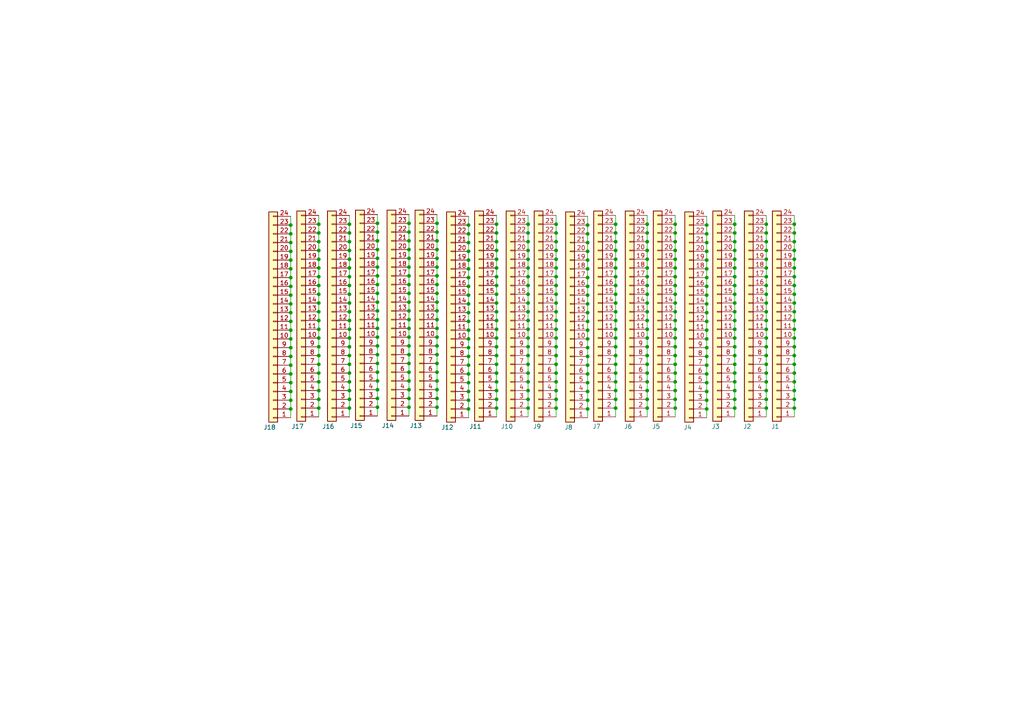
<source format=kicad_sch>
(kicad_sch (version 20211123) (generator eeschema)
  (paper "A4")
  (lib_symbols
    (symbol "Connector_Generic:Conn_01x24" (pin_names (offset 1.016) hide)
      (property "Reference" "J" (at 0 30.48 0))
      (property "Value" "Conn_01x24" (at 0 -33.02 0))
      (symbol "Conn_01x24_1_1"
        (rectangle (start -1.27 -30.353) (end 0 -30.607) (stroke (width 0.1524)))
        (rectangle (start -1.27 -27.813) (end 0 -28.067) (stroke (width 0.1524)))
        (rectangle (start -1.27 -25.273) (end 0 -25.527) (stroke (width 0.1524)))
        (rectangle (start -1.27 -22.733) (end 0 -22.987) (stroke (width 0.1524)))
        (rectangle (start -1.27 -20.193) (end 0 -20.447) (stroke (width 0.1524)))
        (rectangle (start -1.27 -17.653) (end 0 -17.907) (stroke (width 0.1524)))
        (rectangle (start -1.27 -15.113) (end 0 -15.367) (stroke (width 0.1524)))
        (rectangle (start -1.27 -12.573) (end 0 -12.827) (stroke (width 0.1524)))
        (rectangle (start -1.27 -10.033) (end 0 -10.287) (stroke (width 0.1524)))
        (rectangle (start -1.27 -7.493) (end 0 -7.747) (stroke (width 0.1524)))
        (rectangle (start -1.27 -4.953) (end 0 -5.207) (stroke (width 0.1524)))
        (rectangle (start -1.27 -2.413) (end 0 -2.667) (stroke (width 0.1524)))
        (rectangle (start -1.27 0.127) (end 0 -0.127) (stroke (width 0.1524)))
        (rectangle (start -1.27 2.667) (end 0 2.413) (stroke (width 0.1524)))
        (rectangle (start -1.27 5.207) (end 0 4.953) (stroke (width 0.1524)))
        (rectangle (start -1.27 7.747) (end 0 7.493) (stroke (width 0.1524)))
        (rectangle (start -1.27 10.287) (end 0 10.033) (stroke (width 0.1524)))
        (rectangle (start -1.27 12.827) (end 0 12.573) (stroke (width 0.1524)))
        (rectangle (start -1.27 15.367) (end 0 15.113) (stroke (width 0.1524)))
        (rectangle (start -1.27 17.907) (end 0 17.653) (stroke (width 0.1524)))
        (rectangle (start -1.27 20.447) (end 0 20.193) (stroke (width 0.1524)))
        (rectangle (start -1.27 22.987) (end 0 22.733) (stroke (width 0.1524)))
        (rectangle (start -1.27 25.527) (end 0 25.273) (stroke (width 0.1524)))
        (rectangle (start -1.27 28.067) (end 0 27.813) (stroke (width 0.1524)))
        (rectangle (start -1.27 29.21) (end 1.27 -31.75) (stroke (width 0.254)) (fill (type background)))
        (pin passive line (at -5.08 27.94 0) (length 3.81) (name "Pin_1") (number "1"))
        (pin passive line (at -5.08 5.08 0) (length 3.81) (name "Pin_10") (number "10"))
        (pin passive line (at -5.08 2.54 0) (length 3.81) (name "Pin_11") (number "11"))
        (pin passive line (at -5.08 0 0) (length 3.81) (name "Pin_12") (number "12"))
        (pin passive line (at -5.08 -2.54 0) (length 3.81) (name "Pin_13") (number "13"))
        (pin passive line (at -5.08 -5.08 0) (length 3.81) (name "Pin_14") (number "14"))
        (pin passive line (at -5.08 -7.62 0) (length 3.81) (name "Pin_15") (number "15"))
        (pin passive line (at -5.08 -10.16 0) (length 3.81) (name "Pin_16") (number "16"))
        (pin passive line (at -5.08 -12.7 0) (length 3.81) (name "Pin_17") (number "17"))
        (pin passive line (at -5.08 -15.24 0) (length 3.81) (name "Pin_18") (number "18"))
        (pin passive line (at -5.08 -17.78 0) (length 3.81) (name "Pin_19") (number "19"))
        (pin passive line (at -5.08 25.4 0) (length 3.81) (name "Pin_2") (number "2"))
        (pin passive line (at -5.08 -20.32 0) (length 3.81) (name "Pin_20") (number "20"))
        (pin passive line (at -5.08 -22.86 0) (length 3.81) (name "Pin_21") (number "21"))
        (pin passive line (at -5.08 -25.4 0) (length 3.81) (name "Pin_22") (number "22"))
        (pin passive line (at -5.08 -27.94 0) (length 3.81) (name "Pin_23") (number "23"))
        (pin passive line (at -5.08 -30.48 0) (length 3.81) (name "Pin_24") (number "24"))
        (pin passive line (at -5.08 22.86 0) (length 3.81) (name "Pin_3") (number "3"))
        (pin passive line (at -5.08 20.32 0) (length 3.81) (name "Pin_4") (number "4"))
        (pin passive line (at -5.08 17.78 0) (length 3.81) (name "Pin_5") (number "5"))
        (pin passive line (at -5.08 15.24 0) (length 3.81) (name "Pin_6") (number "6"))
        (pin passive line (at -5.08 12.7 0) (length 3.81) (name "Pin_7") (number "7"))
        (pin passive line (at -5.08 10.16 0) (length 3.81) (name "Pin_8") (number "8"))
        (pin passive line (at -5.08 7.62 0) (length 3.81) (name "Pin_9") (number "9"))
      )
    )
  )
  (junction (at 222.25 118.364))
  (junction (at 126.746 67.31))
  (junction (at 187.706 77.724))
  (junction (at 118.618 74.93))
  (junction (at 118.618 95.25))
  (junction (at 204.978 65.278))
  (junction (at 222.25 95.504))
  (junction (at 153.162 98.044))
  (junction (at 153.162 105.664))
  (junction (at 84.328 77.978))
  (junction (at 118.618 105.41))
  (junction (at 213.106 72.644))
  (junction (at 187.706 115.824))
  (junction (at 84.328 72.898))
  (junction (at 126.746 107.95))
  (junction (at 118.618 97.79))
  (junction (at 230.378 108.204))
  (junction (at 204.978 67.818))
  (junction (at 213.106 103.124))
  (junction (at 213.106 77.724))
  (junction (at 161.29 100.584))
  (junction (at 230.378 72.644))
  (junction (at 170.434 93.218))
  (junction (at 92.456 80.264))
  (junction (at 230.378 82.804))
  (junction (at 170.434 75.438))
  (junction (at 153.162 92.964))
  (junction (at 195.834 110.744))
  (junction (at 161.29 82.804))
  (junction (at 213.106 108.204))
  (junction (at 101.346 72.644))
  (junction (at 126.746 74.93))
  (junction (at 178.562 98.044))
  (junction (at 153.162 108.204))
  (junction (at 118.618 82.55))
  (junction (at 161.29 67.564))
  (junction (at 144.018 75.184))
  (junction (at 84.328 93.218))
  (junction (at 144.018 115.824))
  (junction (at 195.834 77.724))
  (junction (at 170.434 88.138))
  (junction (at 195.834 103.124))
  (junction (at 92.456 98.044))
  (junction (at 178.562 72.644))
  (junction (at 187.706 70.104))
  (junction (at 109.474 92.71))
  (junction (at 144.018 103.124))
  (junction (at 109.474 69.85))
  (junction (at 170.434 100.838))
  (junction (at 170.434 95.758))
  (junction (at 213.106 100.584))
  (junction (at 170.434 116.078))
  (junction (at 101.346 92.964))
  (junction (at 195.834 98.044))
  (junction (at 144.018 72.644))
  (junction (at 213.106 92.964))
  (junction (at 118.618 85.09))
  (junction (at 144.018 100.584))
  (junction (at 92.456 113.284))
  (junction (at 135.89 95.758))
  (junction (at 178.562 110.744))
  (junction (at 92.456 82.804))
  (junction (at 135.89 80.518))
  (junction (at 126.746 100.33))
  (junction (at 126.746 64.77))
  (junction (at 144.018 65.024))
  (junction (at 222.25 105.664))
  (junction (at 84.328 80.518))
  (junction (at 153.162 100.584))
  (junction (at 161.29 80.264))
  (junction (at 204.978 85.598))
  (junction (at 187.706 95.504))
  (junction (at 101.346 85.344))
  (junction (at 178.562 92.964))
  (junction (at 230.378 105.664))
  (junction (at 135.89 83.058))
  (junction (at 126.746 82.55))
  (junction (at 187.706 103.124))
  (junction (at 187.706 100.584))
  (junction (at 204.978 70.358))
  (junction (at 135.89 85.598))
  (junction (at 178.562 105.664))
  (junction (at 126.746 95.25))
  (junction (at 161.29 103.124))
  (junction (at 135.89 108.458))
  (junction (at 178.562 95.504))
  (junction (at 161.29 87.884))
  (junction (at 101.346 90.424))
  (junction (at 213.106 87.884))
  (junction (at 126.746 72.39))
  (junction (at 230.378 90.424))
  (junction (at 204.978 88.138))
  (junction (at 109.474 64.77))
  (junction (at 118.618 100.33))
  (junction (at 195.834 85.344))
  (junction (at 101.346 113.284))
  (junction (at 213.106 95.504))
  (junction (at 92.456 65.024))
  (junction (at 222.25 98.044))
  (junction (at 92.456 110.744))
  (junction (at 195.834 115.824))
  (junction (at 222.25 100.584))
  (junction (at 109.474 115.57))
  (junction (at 161.29 90.424))
  (junction (at 178.562 85.344))
  (junction (at 84.328 98.298))
  (junction (at 161.29 113.284))
  (junction (at 161.29 70.104))
  (junction (at 153.162 65.024))
  (junction (at 213.106 90.424))
  (junction (at 109.474 82.55))
  (junction (at 153.162 90.424))
  (junction (at 144.018 95.504))
  (junction (at 213.106 118.364))
  (junction (at 222.25 77.724))
  (junction (at 153.162 72.644))
  (junction (at 84.328 67.818))
  (junction (at 92.456 70.104))
  (junction (at 144.018 105.664))
  (junction (at 135.89 65.278))
  (junction (at 161.29 110.744))
  (junction (at 101.346 100.584))
  (junction (at 135.89 75.438))
  (junction (at 170.434 113.538))
  (junction (at 118.618 80.01))
  (junction (at 230.378 65.024))
  (junction (at 187.706 85.344))
  (junction (at 187.706 90.424))
  (junction (at 118.618 113.03))
  (junction (at 230.378 67.564))
  (junction (at 84.328 118.618))
  (junction (at 204.978 110.998))
  (junction (at 92.456 87.884))
  (junction (at 195.834 87.884))
  (junction (at 222.25 82.804))
  (junction (at 204.978 98.298))
  (junction (at 118.618 107.95))
  (junction (at 222.25 108.204))
  (junction (at 195.834 65.024))
  (junction (at 144.018 82.804))
  (junction (at 101.346 80.264))
  (junction (at 222.25 92.964))
  (junction (at 170.434 72.898))
  (junction (at 118.618 92.71))
  (junction (at 170.434 85.598))
  (junction (at 213.106 98.044))
  (junction (at 204.978 105.918))
  (junction (at 84.328 95.758))
  (junction (at 126.746 90.17))
  (junction (at 118.618 110.49))
  (junction (at 84.328 108.458))
  (junction (at 101.346 67.564))
  (junction (at 213.106 65.024))
  (junction (at 204.978 118.618))
  (junction (at 230.378 70.104))
  (junction (at 144.018 113.284))
  (junction (at 230.378 110.744))
  (junction (at 230.378 113.284))
  (junction (at 135.89 77.978))
  (junction (at 178.562 77.724))
  (junction (at 101.346 105.664))
  (junction (at 109.474 74.93))
  (junction (at 92.456 100.584))
  (junction (at 195.834 80.264))
  (junction (at 135.89 70.358))
  (junction (at 92.456 90.424))
  (junction (at 204.978 95.758))
  (junction (at 109.474 80.01))
  (junction (at 101.346 75.184))
  (junction (at 213.106 82.804))
  (junction (at 204.978 90.678))
  (junction (at 109.474 95.25))
  (junction (at 92.456 72.644))
  (junction (at 126.746 80.01))
  (junction (at 178.562 108.204))
  (junction (at 222.25 65.024))
  (junction (at 213.106 80.264))
  (junction (at 187.706 65.024))
  (junction (at 101.346 118.364))
  (junction (at 178.562 90.424))
  (junction (at 187.706 113.284))
  (junction (at 153.162 67.564))
  (junction (at 135.89 90.678))
  (junction (at 161.29 77.724))
  (junction (at 101.346 103.124))
  (junction (at 195.834 95.504))
  (junction (at 84.328 105.918))
  (junction (at 161.29 92.964))
  (junction (at 153.162 113.284))
  (junction (at 153.162 70.104))
  (junction (at 195.834 92.964))
  (junction (at 170.434 80.518))
  (junction (at 109.474 97.79))
  (junction (at 144.018 67.564))
  (junction (at 118.618 115.57))
  (junction (at 109.474 90.17))
  (junction (at 92.456 67.564))
  (junction (at 84.328 70.358))
  (junction (at 178.562 70.104))
  (junction (at 92.456 115.824))
  (junction (at 135.89 93.218))
  (junction (at 204.978 100.838))
  (junction (at 109.474 105.41))
  (junction (at 222.25 103.124))
  (junction (at 178.562 103.124))
  (junction (at 222.25 72.644))
  (junction (at 153.162 115.824))
  (junction (at 230.378 87.884))
  (junction (at 187.706 92.964))
  (junction (at 195.834 75.184))
  (junction (at 109.474 87.63))
  (junction (at 126.746 118.11))
  (junction (at 101.346 115.824))
  (junction (at 135.89 116.078))
  (junction (at 222.25 90.424))
  (junction (at 118.618 72.39))
  (junction (at 144.018 92.964))
  (junction (at 126.746 105.41))
  (junction (at 195.834 72.644))
  (junction (at 144.018 77.724))
  (junction (at 126.746 87.63))
  (junction (at 195.834 100.584))
  (junction (at 84.328 65.278))
  (junction (at 187.706 98.044))
  (junction (at 230.378 118.364))
  (junction (at 178.562 65.024))
  (junction (at 92.456 92.964))
  (junction (at 126.746 110.49))
  (junction (at 222.25 115.824))
  (junction (at 187.706 80.264))
  (junction (at 126.746 113.03))
  (junction (at 178.562 87.884))
  (junction (at 230.378 103.124))
  (junction (at 204.978 103.378))
  (junction (at 204.978 75.438))
  (junction (at 178.562 100.584))
  (junction (at 204.978 108.458))
  (junction (at 84.328 100.838))
  (junction (at 135.89 113.538))
  (junction (at 144.018 85.344))
  (junction (at 222.25 113.284))
  (junction (at 187.706 75.184))
  (junction (at 178.562 118.364))
  (junction (at 213.106 113.284))
  (junction (at 126.746 85.09))
  (junction (at 126.746 77.47))
  (junction (at 118.618 69.85))
  (junction (at 118.618 102.87))
  (junction (at 213.106 75.184))
  (junction (at 195.834 90.424))
  (junction (at 135.89 110.998))
  (junction (at 109.474 107.95))
  (junction (at 213.106 85.344))
  (junction (at 144.018 87.884))
  (junction (at 170.434 70.358))
  (junction (at 84.328 75.438))
  (junction (at 230.378 92.964))
  (junction (at 161.29 115.824))
  (junction (at 101.346 98.044))
  (junction (at 187.706 118.364))
  (junction (at 153.162 75.184))
  (junction (at 178.562 82.804))
  (junction (at 187.706 82.804))
  (junction (at 153.162 118.364))
  (junction (at 153.162 85.344))
  (junction (at 144.018 98.044))
  (junction (at 144.018 110.744))
  (junction (at 178.562 67.564))
  (junction (at 187.706 108.204))
  (junction (at 195.834 113.284))
  (junction (at 135.89 100.838))
  (junction (at 230.378 85.344))
  (junction (at 222.25 75.184))
  (junction (at 222.25 110.744))
  (junction (at 109.474 102.87))
  (junction (at 92.456 103.124))
  (junction (at 170.434 83.058))
  (junction (at 153.162 95.504))
  (junction (at 187.706 105.664))
  (junction (at 195.834 67.564))
  (junction (at 118.618 67.31))
  (junction (at 101.346 108.204))
  (junction (at 213.106 115.824))
  (junction (at 84.328 83.058))
  (junction (at 230.378 80.264))
  (junction (at 109.474 85.09))
  (junction (at 84.328 103.378))
  (junction (at 161.29 72.644))
  (junction (at 204.978 80.518))
  (junction (at 92.456 95.504))
  (junction (at 230.378 75.184))
  (junction (at 170.434 98.298))
  (junction (at 101.346 82.804))
  (junction (at 161.29 108.204))
  (junction (at 101.346 87.884))
  (junction (at 153.162 77.724))
  (junction (at 153.162 82.804))
  (junction (at 126.746 115.57))
  (junction (at 101.346 95.504))
  (junction (at 178.562 115.824))
  (junction (at 135.89 103.378))
  (junction (at 161.29 85.344))
  (junction (at 230.378 98.044))
  (junction (at 178.562 80.264))
  (junction (at 84.328 110.998))
  (junction (at 144.018 90.424))
  (junction (at 135.89 88.138))
  (junction (at 222.25 67.564))
  (junction (at 101.346 77.724))
  (junction (at 84.328 85.598))
  (junction (at 161.29 95.504))
  (junction (at 84.328 116.078))
  (junction (at 84.328 88.138))
  (junction (at 222.25 80.264))
  (junction (at 153.162 87.884))
  (junction (at 135.89 98.298))
  (junction (at 204.978 113.538))
  (junction (at 92.456 105.664))
  (junction (at 84.328 113.538))
  (junction (at 144.018 108.204))
  (junction (at 118.618 118.11))
  (junction (at 213.106 110.744))
  (junction (at 92.456 75.184))
  (junction (at 126.746 69.85))
  (junction (at 204.978 83.058))
  (junction (at 213.106 67.564))
  (junction (at 109.474 72.39))
  (junction (at 170.434 108.458))
  (junction (at 144.018 70.104))
  (junction (at 170.434 105.918))
  (junction (at 153.162 110.744))
  (junction (at 135.89 118.618))
  (junction (at 92.456 85.344))
  (junction (at 109.474 77.47))
  (junction (at 118.618 64.77))
  (junction (at 135.89 105.918))
  (junction (at 135.89 72.898))
  (junction (at 161.29 75.184))
  (junction (at 170.434 118.618))
  (junction (at 195.834 118.364))
  (junction (at 92.456 108.204))
  (junction (at 195.834 108.204))
  (junction (at 109.474 118.11))
  (junction (at 118.618 87.63))
  (junction (at 170.434 110.998))
  (junction (at 178.562 75.184))
  (junction (at 144.018 118.364))
  (junction (at 170.434 90.678))
  (junction (at 109.474 67.31))
  (junction (at 161.29 118.364))
  (junction (at 222.25 70.104))
  (junction (at 213.106 105.664))
  (junction (at 84.328 90.678))
  (junction (at 126.746 102.87))
  (junction (at 230.378 100.584))
  (junction (at 101.346 65.024))
  (junction (at 126.746 97.79))
  (junction (at 222.25 85.344))
  (junction (at 101.346 110.744))
  (junction (at 109.474 100.33))
  (junction (at 135.89 67.818))
  (junction (at 195.834 82.804))
  (junction (at 153.162 80.264))
  (junction (at 161.29 65.024))
  (junction (at 170.434 65.278))
  (junction (at 170.434 77.978))
  (junction (at 92.456 118.364))
  (junction (at 204.978 77.978))
  (junction (at 109.474 110.49))
  (junction (at 118.618 90.17))
  (junction (at 118.618 77.47))
  (junction (at 222.25 87.884))
  (junction (at 178.562 113.284))
  (junction (at 153.162 103.124))
  (junction (at 170.434 103.378))
  (junction (at 204.978 93.218))
  (junction (at 230.378 115.824))
  (junction (at 109.474 113.03))
  (junction (at 92.456 77.724))
  (junction (at 161.29 98.044))
  (junction (at 195.834 105.664))
  (junction (at 204.978 72.898))
  (junction (at 213.106 70.104))
  (junction (at 101.346 70.104))
  (junction (at 187.706 87.884))
  (junction (at 230.378 95.504))
  (junction (at 126.746 92.71))
  (junction (at 195.834 70.104))
  (junction (at 170.434 67.818))
  (junction (at 230.378 77.724))
  (junction (at 204.978 116.078))
  (junction (at 161.29 105.664))
  (junction (at 187.706 67.564))
  (junction (at 187.706 110.744))
  (junction (at 144.018 80.264))
  (junction (at 187.706 72.644))
  (wire (pts (xy 84.328 83.058) (xy 84.328 85.598)))
  (wire (pts (xy 213.106 108.204) (xy 213.106 110.744)))
  (wire (pts (xy 153.162 62.484) (xy 153.162 65.024)))
  (wire (pts (xy 187.706 82.804) (xy 187.706 85.344)))
  (wire (pts (xy 204.978 93.218) (xy 204.978 95.758)))
  (wire (pts (xy 92.456 85.344) (xy 92.456 87.884)))
  (wire (pts (xy 213.106 98.044) (xy 213.106 100.584)))
  (wire (pts (xy 230.378 95.504) (xy 230.378 98.044)))
  (wire (pts (xy 109.474 113.03) (xy 109.474 115.57)))
  (wire (pts (xy 84.328 62.738) (xy 84.328 65.278)))
  (wire (pts (xy 92.456 87.884) (xy 92.456 90.424)))
  (wire (pts (xy 101.346 82.804) (xy 101.346 85.344)))
  (wire (pts (xy 195.834 115.824) (xy 195.834 118.364)))
  (wire (pts (xy 101.346 67.564) (xy 101.346 70.104)))
  (wire (pts (xy 178.562 105.664) (xy 178.562 108.204)))
  (wire (pts (xy 118.618 92.71) (xy 118.618 95.25)))
  (wire (pts (xy 170.434 103.378) (xy 170.434 105.918)))
  (wire (pts (xy 109.474 110.49) (xy 109.474 113.03)))
  (wire (pts (xy 126.746 95.25) (xy 126.746 97.79)))
  (wire (pts (xy 118.618 69.85) (xy 118.618 72.39)))
  (wire (pts (xy 118.618 90.17) (xy 118.618 92.71)))
  (wire (pts (xy 178.562 113.284) (xy 178.562 115.824)))
  (wire (pts (xy 109.474 92.71) (xy 109.474 95.25)))
  (wire (pts (xy 153.162 75.184) (xy 153.162 77.724)))
  (wire (pts (xy 101.346 72.644) (xy 101.346 75.184)))
  (wire (pts (xy 170.434 93.218) (xy 170.434 95.758)))
  (wire (pts (xy 144.018 90.424) (xy 144.018 92.964)))
  (wire (pts (xy 126.746 85.09) (xy 126.746 87.63)))
  (wire (pts (xy 161.29 67.564) (xy 161.29 70.104)))
  (wire (pts (xy 153.162 77.724) (xy 153.162 80.264)))
  (wire (pts (xy 161.29 103.124) (xy 161.29 105.664)))
  (wire (pts (xy 161.29 108.204) (xy 161.29 110.744)))
  (wire (pts (xy 161.29 90.424) (xy 161.29 92.964)))
  (wire (pts (xy 101.346 80.264) (xy 101.346 82.804)))
  (wire (pts (xy 153.162 80.264) (xy 153.162 82.804)))
  (wire (pts (xy 101.346 87.884) (xy 101.346 90.424)))
  (wire (pts (xy 213.106 113.284) (xy 213.106 115.824)))
  (wire (pts (xy 230.378 90.424) (xy 230.378 92.964)))
  (wire (pts (xy 204.978 110.998) (xy 204.978 113.538)))
  (wire (pts (xy 230.378 105.664) (xy 230.378 108.204)))
  (wire (pts (xy 230.378 87.884) (xy 230.378 90.424)))
  (wire (pts (xy 109.474 77.47) (xy 109.474 80.01)))
  (wire (pts (xy 178.562 65.024) (xy 178.562 67.564)))
  (wire (pts (xy 178.562 110.744) (xy 178.562 113.284)))
  (wire (pts (xy 170.434 83.058) (xy 170.434 85.598)))
  (wire (pts (xy 195.834 62.484) (xy 195.834 65.024)))
  (wire (pts (xy 178.562 80.264) (xy 178.562 82.804)))
  (wire (pts (xy 101.346 118.364) (xy 101.346 120.904)))
  (wire (pts (xy 230.378 92.964) (xy 230.378 95.504)))
  (wire (pts (xy 109.474 118.11) (xy 109.474 120.65)))
  (wire (pts (xy 153.162 108.204) (xy 153.162 110.744)))
  (wire (pts (xy 92.456 90.424) (xy 92.456 92.964)))
  (wire (pts (xy 84.328 93.218) (xy 84.328 95.758)))
  (wire (pts (xy 118.618 74.93) (xy 118.618 77.47)))
  (wire (pts (xy 187.706 77.724) (xy 187.706 80.264)))
  (wire (pts (xy 187.706 85.344) (xy 187.706 87.884)))
  (wire (pts (xy 92.456 82.804) (xy 92.456 85.344)))
  (wire (pts (xy 135.89 85.598) (xy 135.89 88.138)))
  (wire (pts (xy 161.29 118.364) (xy 161.29 120.904)))
  (wire (pts (xy 204.978 65.278) (xy 204.978 67.818)))
  (wire (pts (xy 161.29 80.264) (xy 161.29 82.804)))
  (wire (pts (xy 187.706 92.964) (xy 187.706 95.504)))
  (wire (pts (xy 153.162 103.124) (xy 153.162 105.664)))
  (wire (pts (xy 109.474 72.39) (xy 109.474 74.93)))
  (wire (pts (xy 126.746 62.23) (xy 126.746 64.77)))
  (wire (pts (xy 135.89 110.998) (xy 135.89 113.538)))
  (wire (pts (xy 178.562 103.124) (xy 178.562 105.664)))
  (wire (pts (xy 195.834 118.364) (xy 195.834 120.904)))
  (wire (pts (xy 118.618 107.95) (xy 118.618 110.49)))
  (wire (pts (xy 118.618 62.23) (xy 118.618 64.77)))
  (wire (pts (xy 178.562 95.504) (xy 178.562 98.044)))
  (wire (pts (xy 126.746 97.79) (xy 126.746 100.33)))
  (wire (pts (xy 144.018 118.364) (xy 144.018 120.904)))
  (wire (pts (xy 109.474 102.87) (xy 109.474 105.41)))
  (wire (pts (xy 204.978 118.618) (xy 204.978 121.158)))
  (wire (pts (xy 178.562 100.584) (xy 178.562 103.124)))
  (wire (pts (xy 92.456 98.044) (xy 92.456 100.584)))
  (wire (pts (xy 204.978 116.078) (xy 204.978 118.618)))
  (wire (pts (xy 144.018 82.804) (xy 144.018 85.344)))
  (wire (pts (xy 213.106 103.124) (xy 213.106 105.664)))
  (wire (pts (xy 92.456 95.504) (xy 92.456 98.044)))
  (wire (pts (xy 161.29 82.804) (xy 161.29 85.344)))
  (wire (pts (xy 109.474 115.57) (xy 109.474 118.11)))
  (wire (pts (xy 161.29 65.024) (xy 161.29 67.564)))
  (wire (pts (xy 84.328 103.378) (xy 84.328 105.918)))
  (wire (pts (xy 222.25 85.344) (xy 222.25 87.884)))
  (wire (pts (xy 222.25 67.564) (xy 222.25 70.104)))
  (wire (pts (xy 187.706 98.044) (xy 187.706 100.584)))
  (wire (pts (xy 118.618 113.03) (xy 118.618 115.57)))
  (wire (pts (xy 195.834 98.044) (xy 195.834 100.584)))
  (wire (pts (xy 109.474 69.85) (xy 109.474 72.39)))
  (wire (pts (xy 230.378 98.044) (xy 230.378 100.584)))
  (wire (pts (xy 135.89 113.538) (xy 135.89 116.078)))
  (wire (pts (xy 213.106 82.804) (xy 213.106 85.344)))
  (wire (pts (xy 170.434 108.458) (xy 170.434 110.998)))
  (wire (pts (xy 153.162 105.664) (xy 153.162 108.204)))
  (wire (pts (xy 204.978 90.678) (xy 204.978 93.218)))
  (wire (pts (xy 126.746 74.93) (xy 126.746 77.47)))
  (wire (pts (xy 161.29 115.824) (xy 161.29 118.364)))
  (wire (pts (xy 153.162 87.884) (xy 153.162 90.424)))
  (wire (pts (xy 84.328 70.358) (xy 84.328 72.898)))
  (wire (pts (xy 178.562 115.824) (xy 178.562 118.364)))
  (wire (pts (xy 135.89 103.378) (xy 135.89 105.918)))
  (wire (pts (xy 161.29 92.964) (xy 161.29 95.504)))
  (wire (pts (xy 170.434 88.138) (xy 170.434 90.678)))
  (wire (pts (xy 178.562 108.204) (xy 178.562 110.744)))
  (wire (pts (xy 213.106 115.824) (xy 213.106 118.364)))
  (wire (pts (xy 109.474 64.77) (xy 109.474 67.31)))
  (wire (pts (xy 144.018 92.964) (xy 144.018 95.504)))
  (wire (pts (xy 109.474 107.95) (xy 109.474 110.49)))
  (wire (pts (xy 118.618 100.33) (xy 118.618 102.87)))
  (wire (pts (xy 187.706 72.644) (xy 187.706 75.184)))
  (wire (pts (xy 170.434 85.598) (xy 170.434 88.138)))
  (wire (pts (xy 195.834 95.504) (xy 195.834 98.044)))
  (wire (pts (xy 230.378 82.804) (xy 230.378 85.344)))
  (wire (pts (xy 144.018 77.724) (xy 144.018 80.264)))
  (wire (pts (xy 213.106 67.564) (xy 213.106 70.104)))
  (wire (pts (xy 222.25 72.644) (xy 222.25 75.184)))
  (wire (pts (xy 187.706 75.184) (xy 187.706 77.724)))
  (wire (pts (xy 204.978 98.298) (xy 204.978 100.838)))
  (wire (pts (xy 230.378 85.344) (xy 230.378 87.884)))
  (wire (pts (xy 135.89 100.838) (xy 135.89 103.378)))
  (wire (pts (xy 213.106 77.724) (xy 213.106 80.264)))
  (wire (pts (xy 126.746 100.33) (xy 126.746 102.87)))
  (wire (pts (xy 230.378 80.264) (xy 230.378 82.804)))
  (wire (pts (xy 230.378 118.364) (xy 230.378 120.904)))
  (wire (pts (xy 101.346 103.124) (xy 101.346 105.664)))
  (wire (pts (xy 222.25 105.664) (xy 222.25 108.204)))
  (wire (pts (xy 109.474 82.55) (xy 109.474 85.09)))
  (wire (pts (xy 213.106 72.644) (xy 213.106 75.184)))
  (wire (pts (xy 118.618 67.31) (xy 118.618 69.85)))
  (wire (pts (xy 230.378 103.124) (xy 230.378 105.664)))
  (wire (pts (xy 135.89 75.438) (xy 135.89 77.978)))
  (wire (pts (xy 118.618 85.09) (xy 118.618 87.63)))
  (wire (pts (xy 204.978 95.758) (xy 204.978 98.298)))
  (wire (pts (xy 204.978 105.918) (xy 204.978 108.458)))
  (wire (pts (xy 195.834 80.264) (xy 195.834 82.804)))
  (wire (pts (xy 204.978 108.458) (xy 204.978 110.998)))
  (wire (pts (xy 118.618 77.47) (xy 118.618 80.01)))
  (wire (pts (xy 222.25 108.204) (xy 222.25 110.744)))
  (wire (pts (xy 195.834 110.744) (xy 195.834 113.284)))
  (wire (pts (xy 84.328 105.918) (xy 84.328 108.458)))
  (wire (pts (xy 92.456 80.264) (xy 92.456 82.804)))
  (wire (pts (xy 153.162 110.744) (xy 153.162 113.284)))
  (wire (pts (xy 135.89 95.758) (xy 135.89 98.298)))
  (wire (pts (xy 101.346 62.484) (xy 101.346 65.024)))
  (wire (pts (xy 135.89 70.358) (xy 135.89 72.898)))
  (wire (pts (xy 195.834 100.584) (xy 195.834 103.124)))
  (wire (pts (xy 118.618 87.63) (xy 118.618 90.17)))
  (wire (pts (xy 144.018 108.204) (xy 144.018 110.744)))
  (wire (pts (xy 84.328 65.278) (xy 84.328 67.818)))
  (wire (pts (xy 222.25 95.504) (xy 222.25 98.044)))
  (wire (pts (xy 101.346 110.744) (xy 101.346 113.284)))
  (wire (pts (xy 101.346 113.284) (xy 101.346 115.824)))
  (wire (pts (xy 92.456 105.664) (xy 92.456 108.204)))
  (wire (pts (xy 195.834 82.804) (xy 195.834 85.344)))
  (wire (pts (xy 92.456 115.824) (xy 92.456 118.364)))
  (wire (pts (xy 144.018 95.504) (xy 144.018 98.044)))
  (wire (pts (xy 204.978 62.738) (xy 204.978 65.278)))
  (wire (pts (xy 161.29 62.484) (xy 161.29 65.024)))
  (wire (pts (xy 178.562 82.804) (xy 178.562 85.344)))
  (wire (pts (xy 170.434 90.678) (xy 170.434 93.218)))
  (wire (pts (xy 118.618 72.39) (xy 118.618 74.93)))
  (wire (pts (xy 178.562 85.344) (xy 178.562 87.884)))
  (wire (pts (xy 126.746 90.17) (xy 126.746 92.71)))
  (wire (pts (xy 126.746 87.63) (xy 126.746 90.17)))
  (wire (pts (xy 135.89 98.298) (xy 135.89 100.838)))
  (wire (pts (xy 126.746 69.85) (xy 126.746 72.39)))
  (wire (pts (xy 135.89 62.738) (xy 135.89 65.278)))
  (wire (pts (xy 153.162 95.504) (xy 153.162 98.044)))
  (wire (pts (xy 195.834 87.884) (xy 195.834 90.424)))
  (wire (pts (xy 101.346 115.824) (xy 101.346 118.364)))
  (wire (pts (xy 187.706 80.264) (xy 187.706 82.804)))
  (wire (pts (xy 230.378 100.584) (xy 230.378 103.124)))
  (wire (pts (xy 153.162 67.564) (xy 153.162 70.104)))
  (wire (pts (xy 230.378 67.564) (xy 230.378 70.104)))
  (wire (pts (xy 144.018 87.884) (xy 144.018 90.424)))
  (wire (pts (xy 92.456 62.484) (xy 92.456 65.024)))
  (wire (pts (xy 195.834 103.124) (xy 195.834 105.664)))
  (wire (pts (xy 170.434 80.518) (xy 170.434 83.058)))
  (wire (pts (xy 135.89 90.678) (xy 135.89 93.218)))
  (wire (pts (xy 161.29 113.284) (xy 161.29 115.824)))
  (wire (pts (xy 222.25 62.484) (xy 222.25 65.024)))
  (wire (pts (xy 204.978 67.818) (xy 204.978 70.358)))
  (wire (pts (xy 178.562 72.644) (xy 178.562 75.184)))
  (wire (pts (xy 178.562 67.564) (xy 178.562 70.104)))
  (wire (pts (xy 178.562 75.184) (xy 178.562 77.724)))
  (wire (pts (xy 153.162 92.964) (xy 153.162 95.504)))
  (wire (pts (xy 135.89 65.278) (xy 135.89 67.818)))
  (wire (pts (xy 126.746 107.95) (xy 126.746 110.49)))
  (wire (pts (xy 161.29 100.584) (xy 161.29 103.124)))
  (wire (pts (xy 204.978 83.058) (xy 204.978 85.598)))
  (wire (pts (xy 144.018 105.664) (xy 144.018 108.204)))
  (wire (pts (xy 84.328 95.758) (xy 84.328 98.298)))
  (wire (pts (xy 126.746 82.55) (xy 126.746 85.09)))
  (wire (pts (xy 126.746 102.87) (xy 126.746 105.41)))
  (wire (pts (xy 101.346 85.344) (xy 101.346 87.884)))
  (wire (pts (xy 187.706 70.104) (xy 187.706 72.644)))
  (wire (pts (xy 109.474 90.17) (xy 109.474 92.71)))
  (wire (pts (xy 118.618 64.77) (xy 118.618 67.31)))
  (wire (pts (xy 84.328 77.978) (xy 84.328 80.518)))
  (wire (pts (xy 109.474 80.01) (xy 109.474 82.55)))
  (wire (pts (xy 213.106 100.584) (xy 213.106 103.124)))
  (wire (pts (xy 213.106 85.344) (xy 213.106 87.884)))
  (wire (pts (xy 213.106 87.884) (xy 213.106 90.424)))
  (wire (pts (xy 144.018 85.344) (xy 144.018 87.884)))
  (wire (pts (xy 92.456 65.024) (xy 92.456 67.564)))
  (wire (pts (xy 230.378 113.284) (xy 230.378 115.824)))
  (wire (pts (xy 204.978 113.538) (xy 204.978 116.078)))
  (wire (pts (xy 101.346 65.024) (xy 101.346 67.564)))
  (wire (pts (xy 170.434 113.538) (xy 170.434 116.078)))
  (wire (pts (xy 84.328 88.138) (xy 84.328 90.678)))
  (wire (pts (xy 161.29 110.744) (xy 161.29 113.284)))
  (wire (pts (xy 222.25 80.264) (xy 222.25 82.804)))
  (wire (pts (xy 178.562 77.724) (xy 178.562 80.264)))
  (wire (pts (xy 144.018 75.184) (xy 144.018 77.724)))
  (wire (pts (xy 161.29 72.644) (xy 161.29 75.184)))
  (wire (pts (xy 135.89 80.518) (xy 135.89 83.058)))
  (wire (pts (xy 144.018 100.584) (xy 144.018 103.124)))
  (wire (pts (xy 195.834 77.724) (xy 195.834 80.264)))
  (wire (pts (xy 213.106 118.364) (xy 213.106 120.904)))
  (wire (pts (xy 118.618 110.49) (xy 118.618 113.03)))
  (wire (pts (xy 101.346 108.204) (xy 101.346 110.744)))
  (wire (pts (xy 92.456 103.124) (xy 92.456 105.664)))
  (wire (pts (xy 187.706 118.364) (xy 187.706 120.904)))
  (wire (pts (xy 222.25 103.124) (xy 222.25 105.664)))
  (wire (pts (xy 153.162 118.364) (xy 153.162 120.904)))
  (wire (pts (xy 222.25 70.104) (xy 222.25 72.644)))
  (wire (pts (xy 170.434 116.078) (xy 170.434 118.618)))
  (wire (pts (xy 178.562 87.884) (xy 178.562 90.424)))
  (wire (pts (xy 135.89 93.218) (xy 135.89 95.758)))
  (wire (pts (xy 92.456 67.564) (xy 92.456 70.104)))
  (wire (pts (xy 195.834 72.644) (xy 195.834 75.184)))
  (wire (pts (xy 84.328 98.298) (xy 84.328 100.838)))
  (wire (pts (xy 126.746 118.11) (xy 126.746 120.65)))
  (wire (pts (xy 170.434 118.618) (xy 170.434 121.158)))
  (wire (pts (xy 84.328 75.438) (xy 84.328 77.978)))
  (wire (pts (xy 222.25 110.744) (xy 222.25 113.284)))
  (wire (pts (xy 222.25 115.824) (xy 222.25 118.364)))
  (wire (pts (xy 144.018 80.264) (xy 144.018 82.804)))
  (wire (pts (xy 153.162 100.584) (xy 153.162 103.124)))
  (wire (pts (xy 222.25 87.884) (xy 222.25 90.424)))
  (wire (pts (xy 187.706 90.424) (xy 187.706 92.964)))
  (wire (pts (xy 170.434 110.998) (xy 170.434 113.538)))
  (wire (pts (xy 101.346 95.504) (xy 101.346 98.044)))
  (wire (pts (xy 92.456 77.724) (xy 92.456 80.264)))
  (wire (pts (xy 84.328 72.898) (xy 84.328 75.438)))
  (wire (pts (xy 92.456 100.584) (xy 92.456 103.124)))
  (wire (pts (xy 144.018 103.124) (xy 144.018 105.664)))
  (wire (pts (xy 135.89 105.918) (xy 135.89 108.458)))
  (wire (pts (xy 178.562 70.104) (xy 178.562 72.644)))
  (wire (pts (xy 118.618 105.41) (xy 118.618 107.95)))
  (wire (pts (xy 144.018 98.044) (xy 144.018 100.584)))
  (wire (pts (xy 135.89 77.978) (xy 135.89 80.518)))
  (wire (pts (xy 204.978 100.838) (xy 204.978 103.378)))
  (wire (pts (xy 92.456 92.964) (xy 92.456 95.504)))
  (wire (pts (xy 161.29 105.664) (xy 161.29 108.204)))
  (wire (pts (xy 126.746 115.57) (xy 126.746 118.11)))
  (wire (pts (xy 195.834 85.344) (xy 195.834 87.884)))
  (wire (pts (xy 84.328 90.678) (xy 84.328 93.218)))
  (wire (pts (xy 195.834 92.964) (xy 195.834 95.504)))
  (wire (pts (xy 101.346 92.964) (xy 101.346 95.504)))
  (wire (pts (xy 170.434 72.898) (xy 170.434 75.438)))
  (wire (pts (xy 161.29 95.504) (xy 161.29 98.044)))
  (wire (pts (xy 135.89 67.818) (xy 135.89 70.358)))
  (wire (pts (xy 92.456 72.644) (xy 92.456 75.184)))
  (wire (pts (xy 213.106 95.504) (xy 213.106 98.044)))
  (wire (pts (xy 135.89 116.078) (xy 135.89 118.618)))
  (wire (pts (xy 92.456 110.744) (xy 92.456 113.284)))
  (wire (pts (xy 109.474 74.93) (xy 109.474 77.47)))
  (wire (pts (xy 195.834 90.424) (xy 195.834 92.964)))
  (wire (pts (xy 101.346 105.664) (xy 101.346 108.204)))
  (wire (pts (xy 222.25 75.184) (xy 222.25 77.724)))
  (wire (pts (xy 195.834 75.184) (xy 195.834 77.724)))
  (wire (pts (xy 230.378 70.104) (xy 230.378 72.644)))
  (wire (pts (xy 118.618 80.01) (xy 118.618 82.55)))
  (wire (pts (xy 170.434 75.438) (xy 170.434 77.978)))
  (wire (pts (xy 161.29 98.044) (xy 161.29 100.584)))
  (wire (pts (xy 204.978 88.138) (xy 204.978 90.678)))
  (wire (pts (xy 204.978 80.518) (xy 204.978 83.058)))
  (wire (pts (xy 161.29 87.884) (xy 161.29 90.424)))
  (wire (pts (xy 144.018 110.744) (xy 144.018 113.284)))
  (wire (pts (xy 153.162 113.284) (xy 153.162 115.824)))
  (wire (pts (xy 101.346 70.104) (xy 101.346 72.644)))
  (wire (pts (xy 118.618 115.57) (xy 118.618 118.11)))
  (wire (pts (xy 187.706 103.124) (xy 187.706 105.664)))
  (wire (pts (xy 213.106 70.104) (xy 213.106 72.644)))
  (wire (pts (xy 153.162 85.344) (xy 153.162 87.884)))
  (wire (pts (xy 109.474 105.41) (xy 109.474 107.95)))
  (wire (pts (xy 204.978 85.598) (xy 204.978 88.138)))
  (wire (pts (xy 230.378 62.484) (xy 230.378 65.024)))
  (wire (pts (xy 84.328 108.458) (xy 84.328 110.998)))
  (wire (pts (xy 204.978 70.358) (xy 204.978 72.898)))
  (wire (pts (xy 230.378 77.724) (xy 230.378 80.264)))
  (wire (pts (xy 213.106 90.424) (xy 213.106 92.964)))
  (wire (pts (xy 126.746 113.03) (xy 126.746 115.57)))
  (wire (pts (xy 170.434 98.298) (xy 170.434 100.838)))
  (wire (pts (xy 161.29 75.184) (xy 161.29 77.724)))
  (wire (pts (xy 153.162 65.024) (xy 153.162 67.564)))
  (wire (pts (xy 187.706 100.584) (xy 187.706 103.124)))
  (wire (pts (xy 144.018 62.484) (xy 144.018 65.024)))
  (wire (pts (xy 118.618 118.11) (xy 118.618 120.65)))
  (wire (pts (xy 230.378 75.184) (xy 230.378 77.724)))
  (wire (pts (xy 213.106 65.024) (xy 213.106 67.564)))
  (wire (pts (xy 118.618 97.79) (xy 118.618 100.33)))
  (wire (pts (xy 204.978 72.898) (xy 204.978 75.438)))
  (wire (pts (xy 84.328 118.618) (xy 84.328 121.158)))
  (wire (pts (xy 213.106 80.264) (xy 213.106 82.804)))
  (wire (pts (xy 187.706 67.564) (xy 187.706 70.104)))
  (wire (pts (xy 230.378 108.204) (xy 230.378 110.744)))
  (wire (pts (xy 118.618 82.55) (xy 118.618 85.09)))
  (wire (pts (xy 170.434 67.818) (xy 170.434 70.358)))
  (wire (pts (xy 222.25 65.024) (xy 222.25 67.564)))
  (wire (pts (xy 222.25 98.044) (xy 222.25 100.584)))
  (wire (pts (xy 126.746 105.41) (xy 126.746 107.95)))
  (wire (pts (xy 213.106 75.184) (xy 213.106 77.724)))
  (wire (pts (xy 84.328 116.078) (xy 84.328 118.618)))
  (wire (pts (xy 84.328 110.998) (xy 84.328 113.538)))
  (wire (pts (xy 109.474 67.31) (xy 109.474 69.85)))
  (wire (pts (xy 84.328 67.818) (xy 84.328 70.358)))
  (wire (pts (xy 222.25 100.584) (xy 222.25 103.124)))
  (wire (pts (xy 170.434 95.758) (xy 170.434 98.298)))
  (wire (pts (xy 109.474 62.23) (xy 109.474 64.77)))
  (wire (pts (xy 92.456 70.104) (xy 92.456 72.644)))
  (wire (pts (xy 135.89 118.618) (xy 135.89 121.158)))
  (wire (pts (xy 126.746 64.77) (xy 126.746 67.31)))
  (wire (pts (xy 144.018 65.024) (xy 144.018 67.564)))
  (wire (pts (xy 170.434 62.738) (xy 170.434 65.278)))
  (wire (pts (xy 187.706 115.824) (xy 187.706 118.364)))
  (wire (pts (xy 222.25 77.724) (xy 222.25 80.264)))
  (wire (pts (xy 195.834 67.564) (xy 195.834 70.104)))
  (wire (pts (xy 187.706 87.884) (xy 187.706 90.424)))
  (wire (pts (xy 109.474 100.33) (xy 109.474 102.87)))
  (wire (pts (xy 178.562 62.484) (xy 178.562 65.024)))
  (wire (pts (xy 126.746 80.01) (xy 126.746 82.55)))
  (wire (pts (xy 118.618 95.25) (xy 118.618 97.79)))
  (wire (pts (xy 126.746 72.39) (xy 126.746 74.93)))
  (wire (pts (xy 153.162 115.824) (xy 153.162 118.364)))
  (wire (pts (xy 178.562 90.424) (xy 178.562 92.964)))
  (wire (pts (xy 170.434 105.918) (xy 170.434 108.458)))
  (wire (pts (xy 144.018 67.564) (xy 144.018 70.104)))
  (wire (pts (xy 161.29 77.724) (xy 161.29 80.264)))
  (wire (pts (xy 187.706 95.504) (xy 187.706 98.044)))
  (wire (pts (xy 170.434 65.278) (xy 170.434 67.818)))
  (wire (pts (xy 187.706 62.484) (xy 187.706 65.024)))
  (wire (pts (xy 126.746 77.47) (xy 126.746 80.01)))
  (wire (pts (xy 195.834 65.024) (xy 195.834 67.564)))
  (wire (pts (xy 170.434 77.978) (xy 170.434 80.518)))
  (wire (pts (xy 101.346 98.044) (xy 101.346 100.584)))
  (wire (pts (xy 178.562 118.364) (xy 178.562 120.904)))
  (wire (pts (xy 222.25 113.284) (xy 222.25 115.824)))
  (wire (pts (xy 92.456 113.284) (xy 92.456 115.824)))
  (wire (pts (xy 195.834 108.204) (xy 195.834 110.744)))
  (wire (pts (xy 222.25 92.964) (xy 222.25 95.504)))
  (wire (pts (xy 135.89 108.458) (xy 135.89 110.998)))
  (wire (pts (xy 153.162 70.104) (xy 153.162 72.644)))
  (wire (pts (xy 195.834 113.284) (xy 195.834 115.824)))
  (wire (pts (xy 230.378 65.024) (xy 230.378 67.564)))
  (wire (pts (xy 101.346 100.584) (xy 101.346 103.124)))
  (wire (pts (xy 84.328 85.598) (xy 84.328 88.138)))
  (wire (pts (xy 144.018 72.644) (xy 144.018 75.184)))
  (wire (pts (xy 204.978 103.378) (xy 204.978 105.918)))
  (wire (pts (xy 230.378 115.824) (xy 230.378 118.364)))
  (wire (pts (xy 230.378 110.744) (xy 230.378 113.284)))
  (wire (pts (xy 187.706 110.744) (xy 187.706 113.284)))
  (wire (pts (xy 187.706 113.284) (xy 187.706 115.824)))
  (wire (pts (xy 230.378 72.644) (xy 230.378 75.184)))
  (wire (pts (xy 170.434 100.838) (xy 170.434 103.378)))
  (wire (pts (xy 109.474 87.63) (xy 109.474 90.17)))
  (wire (pts (xy 187.706 105.664) (xy 187.706 108.204)))
  (wire (pts (xy 213.106 110.744) (xy 213.106 113.284)))
  (wire (pts (xy 178.562 92.964) (xy 178.562 95.504)))
  (wire (pts (xy 153.162 82.804) (xy 153.162 85.344)))
  (wire (pts (xy 135.89 72.898) (xy 135.89 75.438)))
  (wire (pts (xy 204.978 75.438) (xy 204.978 77.978)))
  (wire (pts (xy 109.474 85.09) (xy 109.474 87.63)))
  (wire (pts (xy 84.328 80.518) (xy 84.328 83.058)))
  (wire (pts (xy 222.25 82.804) (xy 222.25 85.344)))
  (wire (pts (xy 213.106 62.484) (xy 213.106 65.024)))
  (wire (pts (xy 84.328 100.838) (xy 84.328 103.378)))
  (wire (pts (xy 126.746 110.49) (xy 126.746 113.03)))
  (wire (pts (xy 178.562 98.044) (xy 178.562 100.584)))
  (wire (pts (xy 222.25 118.364) (xy 222.25 120.904)))
  (wire (pts (xy 170.434 70.358) (xy 170.434 72.898)))
  (wire (pts (xy 153.162 90.424) (xy 153.162 92.964)))
  (wire (pts (xy 101.346 90.424) (xy 101.346 92.964)))
  (wire (pts (xy 92.456 118.364) (xy 92.456 120.904)))
  (wire (pts (xy 153.162 72.644) (xy 153.162 75.184)))
  (wire (pts (xy 195.834 70.104) (xy 195.834 72.644)))
  (wire (pts (xy 195.834 105.664) (xy 195.834 108.204)))
  (wire (pts (xy 144.018 115.824) (xy 144.018 118.364)))
  (wire (pts (xy 135.89 88.138) (xy 135.89 90.678)))
  (wire (pts (xy 187.706 65.024) (xy 187.706 67.564)))
  (wire (pts (xy 222.25 90.424) (xy 222.25 92.964)))
  (wire (pts (xy 144.018 70.104) (xy 144.018 72.644)))
  (wire (pts (xy 109.474 97.79) (xy 109.474 100.33)))
  (wire (pts (xy 109.474 95.25) (xy 109.474 97.79)))
  (wire (pts (xy 204.978 77.978) (xy 204.978 80.518)))
  (wire (pts (xy 213.106 105.664) (xy 213.106 108.204)))
  (wire (pts (xy 144.018 113.284) (xy 144.018 115.824)))
  (wire (pts (xy 213.106 92.964) (xy 213.106 95.504)))
  (wire (pts (xy 126.746 67.31) (xy 126.746 69.85)))
  (wire (pts (xy 101.346 75.184) (xy 101.346 77.724)))
  (wire (pts (xy 92.456 75.184) (xy 92.456 77.724)))
  (wire (pts (xy 101.346 77.724) (xy 101.346 80.264)))
  (wire (pts (xy 153.162 98.044) (xy 153.162 100.584)))
  (wire (pts (xy 161.29 70.104) (xy 161.29 72.644)))
  (wire (pts (xy 84.328 113.538) (xy 84.328 116.078)))
  (wire (pts (xy 118.618 102.87) (xy 118.618 105.41)))
  (wire (pts (xy 126.746 92.71) (xy 126.746 95.25)))
  (wire (pts (xy 187.706 108.204) (xy 187.706 110.744)))
  (wire (pts (xy 161.29 85.344) (xy 161.29 87.884)))
  (wire (pts (xy 92.456 108.204) (xy 92.456 110.744)))
  (wire (pts (xy 135.89 83.058) (xy 135.89 85.598)))
  (symbol (lib_id "Connector_Generic:Conn_01x24") (at 199.898 93.218 180) (unit 1)
    (property "Reference" "J4" (at 200.66 123.952 0) (effects (justify left)))
    (property "Value" "Conn_01x24" (effects hide))
    (property "Footprint" "A_Personal:Stripboard_1x24_P2.54mm_Vertical" (effects hide))
  )
  (symbol (lib_id "Connector_Generic:Conn_01x24") (at 87.376 92.964 180) (unit 1)
    (property "Reference" "J17" (at 88.138 123.698 0) (effects (justify left)))
    (property "Value" "Conn_01x24" (effects hide))
    (property "Footprint" "A_Personal:Stripboard_1x24_P2.54mm_Vertical" (effects hide))
  )
  (symbol (lib_id "Connector_Generic:Conn_01x24") (at 79.248 93.218 180) (unit 1)
    (property "Reference" "J18" (at 80.01 123.952 0) (effects (justify left)))
    (property "Value" "Conn_01x24" (effects hide))
    (property "Footprint" "A_Personal:Stripboard_1x24_P2.54mm_Vertical" (effects hide))
  )
  (symbol (lib_id "Connector_Generic:Conn_01x24") (at 165.354 93.218 180) (unit 1)
    (property "Reference" "J8" (at 166.116 123.952 0) (effects (justify left)))
    (property "Value" "Conn_01x24" (effects hide))
    (property "Footprint" "A_Personal:Stripboard_1x24_P2.54mm_Vertical" (effects hide))
  )
  (symbol (lib_id "Connector_Generic:Conn_01x24") (at 96.266 92.964 180) (unit 1)
    (property "Reference" "J16" (at 97.028 123.698 0) (effects (justify left)))
    (property "Value" "Conn_01x24" (effects hide))
    (property "Footprint" "A_Personal:Stripboard_1x24_P2.54mm_Vertical" (effects hide))
  )
  (symbol (lib_id "Connector_Generic:Conn_01x24") (at 148.082 92.964 180) (unit 1)
    (property "Reference" "J10" (at 148.844 123.698 0) (effects (justify left)))
    (property "Value" "Conn_01x24" (effects hide))
    (property "Footprint" "A_Personal:Stripboard_1x24_P2.54mm_Vertical" (effects hide))
  )
  (symbol (lib_id "Connector_Generic:Conn_01x24") (at 208.026 92.964 180) (unit 1)
    (property "Reference" "J3" (at 208.788 123.698 0) (effects (justify left)))
    (property "Value" "Conn_01x24" (effects hide))
    (property "Footprint" "A_Personal:Stripboard_1x24_P2.54mm_Vertical" (effects hide))
  )
  (symbol (lib_id "Connector_Generic:Conn_01x24") (at 104.394 92.71 180) (unit 1)
    (property "Reference" "J15" (at 105.156 123.444 0) (effects (justify left)))
    (property "Value" "Conn_01x24" (effects hide))
    (property "Footprint" "A_Personal:Stripboard_1x24_P2.54mm_Vertical" (effects hide))
  )
  (symbol (lib_id "Connector_Generic:Conn_01x24") (at 217.17 92.964 180) (unit 1)
    (property "Reference" "J2" (at 217.932 123.698 0) (effects (justify left)))
    (property "Value" "Conn_01x24" (effects hide))
    (property "Footprint" "A_Personal:Stripboard_1x24_P2.54mm_Vertical" (effects hide))
  )
  (symbol (lib_id "Connector_Generic:Conn_01x24") (at 182.626 92.964 180) (unit 1)
    (property "Reference" "J6" (at 183.388 123.698 0) (effects (justify left)))
    (property "Value" "Conn_01x24" (effects hide))
    (property "Footprint" "A_Personal:Stripboard_1x24_P2.54mm_Vertical" (effects hide))
  )
  (symbol (lib_id "Connector_Generic:Conn_01x24") (at 156.21 92.964 180) (unit 1)
    (property "Reference" "J9" (at 156.972 123.698 0) (effects (justify left)))
    (property "Value" "Conn_01x24" (effects hide))
    (property "Footprint" "A_Personal:Stripboard_1x24_P2.54mm_Vertical" (effects hide))
  )
  (symbol (lib_id "Connector_Generic:Conn_01x24") (at 173.482 92.964 180) (unit 1)
    (property "Reference" "J7" (at 174.244 123.698 0) (effects (justify left)))
    (property "Value" "Conn_01x24" (effects hide))
    (property "Footprint" "A_Personal:Stripboard_1x24_P2.54mm_Vertical" (effects hide))
  )
  (symbol (lib_id "Connector_Generic:Conn_01x24") (at 113.538 92.71 180) (unit 1)
    (property "Reference" "J14" (at 114.3 123.444 0) (effects (justify left)))
    (property "Value" "Conn_01x24" (effects hide))
    (property "Footprint" "A_Personal:Stripboard_1x24_P2.54mm_Vertical" (effects hide))
  )
  (symbol (lib_id "Connector_Generic:Conn_01x24") (at 130.81 93.218 180) (unit 1)
    (property "Reference" "J12" (at 131.572 123.952 0) (effects (justify left)))
    (property "Value" "Conn_01x24" (effects hide))
    (property "Footprint" "A_Personal:Stripboard_1x24_P2.54mm_Vertical" (effects hide))
  )
  (symbol (lib_id "Connector_Generic:Conn_01x24") (at 138.938 92.964 180) (unit 1)
    (property "Reference" "J11" (at 139.7 123.698 0) (effects (justify left)))
    (property "Value" "Conn_01x24" (effects hide))
    (property "Footprint" "A_Personal:Stripboard_1x24_P2.54mm_Vertical" (effects hide))
  )
  (symbol (lib_id "Connector_Generic:Conn_01x24") (at 225.298 92.964 180) (unit 1)
    (property "Reference" "J1" (at 226.06 123.698 0) (effects (justify left)))
    (property "Value" "Conn_01x24" (effects hide))
    (property "Footprint" "A_Personal:Stripboard_1x24_P2.54mm_Vertical" (effects hide))
  )
  (symbol (lib_id "Connector_Generic:Conn_01x24") (at 121.666 92.71 180) (unit 1)
    (property "Reference" "J13" (at 122.428 123.444 0) (effects (justify left)))
    (property "Value" "Conn_01x24" (effects hide))
    (property "Footprint" "A_Personal:Stripboard_1x24_P2.54mm_Vertical" (effects hide))
  )
  (symbol (lib_id "Connector_Generic:Conn_01x24") (at 190.754 92.964 180) (unit 1)
    (property "Reference" "J5" (at 191.516 123.698 0) (effects (justify left)))
    (property "Value" "Conn_01x24" (effects hide))
    (property "Footprint" "A_Personal:Stripboard_1x24_P2.54mm_Vertical" (effects hide))
  )
)
</source>
